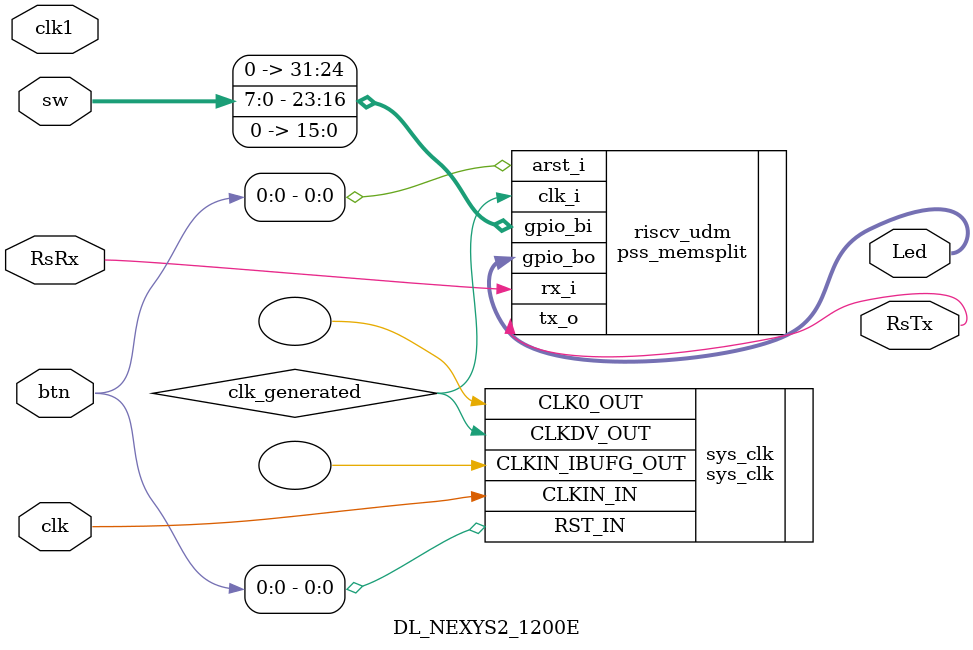
<source format=v>
module DL_NEXYS2_1200E
(
	input 	clk, clk1,

	input 	[7:0] sw,
	input	[3:0] btn,
	output 	[7:0] Led,

	input 	RsRx,
	output	RsTx
);

wire clk_generated;

sys_clk sys_clk(
	.CLKIN_IN(clk), 
	.RST_IN(btn[0]), 
	.CLKDV_OUT(clk_generated),
	.CLKIN_IBUFG_OUT(), 	
	.CLK0_OUT()
);

pss_memsplit
#(
	.CPU("riscv_2stage"),
	.delay_test_flag(0),
	.mem_data("../../../../activecore/riscv/sw/benchmarks/heartbeat_variable.riscv.hex"),
	//.mem_data("../../../../activecore/riscv/sw/benchmarks/median.riscv.hex"),
	.mem_size(8192)
) riscv_udm
(
	.clk_i(clk_generated),
	.arst_i(btn[0]),
	.rx_i(RsRx),
	.tx_o(RsTx),
	.gpio_bi({8'h0, sw, 16'h0}),
	.gpio_bo(Led)
);

endmodule

</source>
